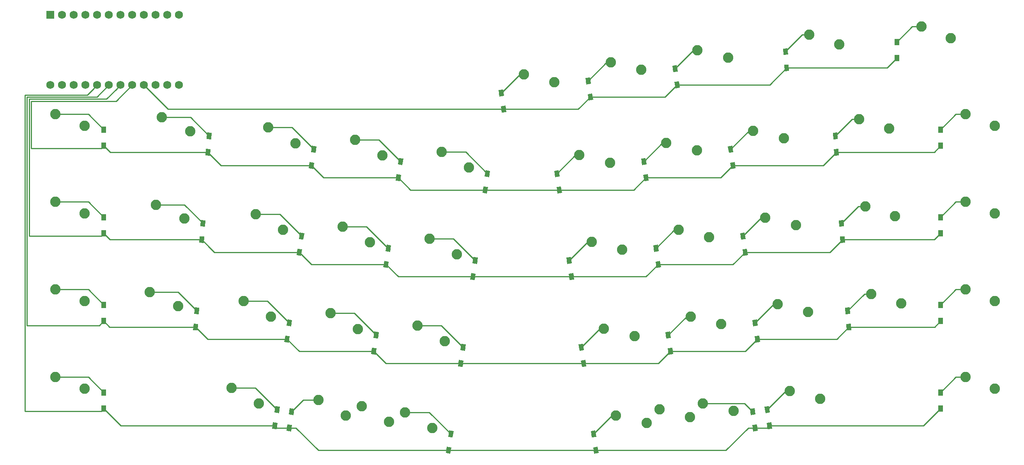
<source format=gbr>
G04 #@! TF.GenerationSoftware,KiCad,Pcbnew,(5.1.4)-1*
G04 #@! TF.CreationDate,2021-09-16T18:12:57-10:00*
G04 #@! TF.ProjectId,oya38split,6f796133-3873-4706-9c69-742e6b696361,rev?*
G04 #@! TF.SameCoordinates,Original*
G04 #@! TF.FileFunction,Copper,L1,Top*
G04 #@! TF.FilePolarity,Positive*
%FSLAX46Y46*%
G04 Gerber Fmt 4.6, Leading zero omitted, Abs format (unit mm)*
G04 Created by KiCad (PCBNEW (5.1.4)-1) date 2021-09-16 18:12:57*
%MOMM*%
%LPD*%
G04 APERTURE LIST*
%ADD10C,2.250000*%
%ADD11C,1.752600*%
%ADD12R,1.752600X1.752600*%
%ADD13R,1.000000X1.400000*%
%ADD14C,1.000000*%
%ADD15C,0.100000*%
%ADD16C,0.250000*%
G04 APERTURE END LIST*
D10*
X195223341Y-114901098D03*
X201865043Y-116532630D03*
X54610000Y-52070000D03*
X60960000Y-54610000D03*
X185791038Y-116226722D03*
X192432740Y-117858254D03*
X127056853Y-118918753D03*
X121122150Y-115519723D03*
X242728750Y-33020000D03*
X249078750Y-35560000D03*
X224826519Y-36851405D03*
X218314805Y-34760546D03*
X200692357Y-39748579D03*
X194050655Y-38117047D03*
X175186048Y-40768295D03*
X181827750Y-42399827D03*
X156321441Y-43419543D03*
X162963143Y-45051075D03*
X252253750Y-109220000D03*
X258603750Y-111760000D03*
X214087948Y-112249851D03*
X220729650Y-113881383D03*
X176358735Y-117552346D03*
X183000437Y-119183878D03*
X130554453Y-116845347D03*
X136489156Y-120244377D03*
X111689847Y-114194099D03*
X117624550Y-117593129D03*
X92825240Y-111542852D03*
X98759943Y-114941882D03*
X54610000Y-109220000D03*
X60960000Y-111760000D03*
X252253750Y-90170000D03*
X258603750Y-92710000D03*
X231803185Y-91106901D03*
X238314899Y-93197760D03*
X211436701Y-93385244D03*
X218078403Y-95016776D03*
X192572093Y-96036492D03*
X199213795Y-97668024D03*
X173707487Y-98687739D03*
X180349189Y-100319271D03*
X133205701Y-97980740D03*
X139140404Y-101379770D03*
X114341095Y-95329493D03*
X120275798Y-98728523D03*
X95476487Y-92678245D03*
X101411190Y-96077275D03*
X75072939Y-90752538D03*
X81230289Y-93729304D03*
X54610000Y-90170000D03*
X60960000Y-92710000D03*
X252253750Y-71120000D03*
X258603750Y-73660000D03*
X230474324Y-72103306D03*
X236986038Y-74194165D03*
X208785453Y-74520637D03*
X215427155Y-76152169D03*
X189920847Y-77171884D03*
X196562549Y-78803416D03*
X171056239Y-79823132D03*
X177697941Y-81454664D03*
X135856949Y-79116133D03*
X141791652Y-82515163D03*
X116992341Y-76464885D03*
X122927044Y-79863915D03*
X98127735Y-73813638D03*
X104062438Y-77212668D03*
X82559150Y-74725709D03*
X76401800Y-71748943D03*
X54610000Y-71120000D03*
X60960000Y-73660000D03*
X252253750Y-52070000D03*
X258603750Y-54610000D03*
X229145463Y-53099711D03*
X235657177Y-55190570D03*
X206134206Y-55656030D03*
X212775908Y-57287562D03*
X187269599Y-58307278D03*
X193911301Y-59938810D03*
X168404992Y-60958526D03*
X175046694Y-62590058D03*
X138508196Y-60251526D03*
X144442899Y-63650556D03*
X125578292Y-60999309D03*
X119643589Y-57600279D03*
X100778983Y-54949031D03*
X106713686Y-58348061D03*
X77730661Y-52745348D03*
X83888011Y-55722114D03*
D11*
X53498750Y-45720000D03*
X81438750Y-30480000D03*
X56038750Y-45720000D03*
X58578750Y-45720000D03*
X61118750Y-45720000D03*
X63658750Y-45720000D03*
X66198750Y-45720000D03*
X68738750Y-45720000D03*
X71278750Y-45720000D03*
X73818750Y-45720000D03*
X76358750Y-45720000D03*
X78898750Y-45720000D03*
X81438750Y-45720000D03*
X78898750Y-30480000D03*
X76358750Y-30480000D03*
X73818750Y-30480000D03*
X71278750Y-30480000D03*
X68738750Y-30480000D03*
X66198750Y-30480000D03*
X63658750Y-30480000D03*
X61118750Y-30480000D03*
X58578750Y-30480000D03*
X56038750Y-30480000D03*
D12*
X53498750Y-30480000D03*
D13*
X237331250Y-36325000D03*
X237331250Y-39875000D03*
D14*
X213160998Y-38434006D03*
D15*
G36*
X213708610Y-39097423D02*
G01*
X212711046Y-39167179D01*
X212613386Y-37770589D01*
X213610950Y-37700833D01*
X213708610Y-39097423D01*
X213708610Y-39097423D01*
G37*
D14*
X213408634Y-41975358D03*
D15*
G36*
X213956246Y-42638775D02*
G01*
X212958682Y-42708531D01*
X212861022Y-41311941D01*
X213858586Y-41242185D01*
X213956246Y-42638775D01*
X213956246Y-42638775D01*
G37*
D14*
X189165650Y-42141070D03*
D15*
G36*
X189758205Y-42764671D02*
G01*
X188767937Y-42903844D01*
X188573095Y-41517469D01*
X189563363Y-41378296D01*
X189758205Y-42764671D01*
X189758205Y-42764671D01*
G37*
D14*
X189659714Y-45656522D03*
D15*
G36*
X190252269Y-46280123D02*
G01*
X189262001Y-46419296D01*
X189067159Y-45032921D01*
X190057427Y-44893748D01*
X190252269Y-46280123D01*
X190252269Y-46280123D01*
G37*
D14*
X170301043Y-44792318D03*
D15*
G36*
X170893598Y-45415919D02*
G01*
X169903330Y-45555092D01*
X169708488Y-44168717D01*
X170698756Y-44029544D01*
X170893598Y-45415919D01*
X170893598Y-45415919D01*
G37*
D14*
X170795107Y-48307770D03*
D15*
G36*
X171387662Y-48931371D02*
G01*
X170397394Y-49070544D01*
X170202552Y-47684169D01*
X171192820Y-47544996D01*
X171387662Y-48931371D01*
X171387662Y-48931371D01*
G37*
D14*
X151436436Y-47443566D03*
D15*
G36*
X152028991Y-48067167D02*
G01*
X151038723Y-48206340D01*
X150843881Y-46819965D01*
X151834149Y-46680792D01*
X152028991Y-48067167D01*
X152028991Y-48067167D01*
G37*
D14*
X151930500Y-50959018D03*
D15*
G36*
X152523055Y-51582619D02*
G01*
X151532787Y-51721792D01*
X151337945Y-50335417D01*
X152328213Y-50196244D01*
X152523055Y-51582619D01*
X152523055Y-51582619D01*
G37*
D13*
X246856250Y-112525000D03*
X246856250Y-116075000D03*
D14*
X209202944Y-116273873D03*
D15*
G36*
X209795499Y-116897474D02*
G01*
X208805231Y-117036647D01*
X208610389Y-115650272D01*
X209600657Y-115511099D01*
X209795499Y-116897474D01*
X209795499Y-116897474D01*
G37*
D14*
X209697008Y-119789325D03*
D15*
G36*
X210289563Y-120412926D02*
G01*
X209299295Y-120552099D01*
X209104453Y-119165724D01*
X210094721Y-119026551D01*
X210289563Y-120412926D01*
X210289563Y-120412926D01*
G37*
D14*
X206058842Y-116715748D03*
D15*
G36*
X206651397Y-117339349D02*
G01*
X205661129Y-117478522D01*
X205466287Y-116092147D01*
X206456555Y-115952974D01*
X206651397Y-117339349D01*
X206651397Y-117339349D01*
G37*
D14*
X206552906Y-120231200D03*
D15*
G36*
X207145461Y-120854801D02*
G01*
X206155193Y-120993974D01*
X205960351Y-119607599D01*
X206950619Y-119468426D01*
X207145461Y-120854801D01*
X207145461Y-120854801D01*
G37*
D14*
X171473729Y-121576369D03*
D15*
G36*
X172066284Y-122199970D02*
G01*
X171076016Y-122339143D01*
X170881174Y-120952768D01*
X171871442Y-120813595D01*
X172066284Y-122199970D01*
X172066284Y-122199970D01*
G37*
D14*
X171967793Y-125091821D03*
D15*
G36*
X172560348Y-125715422D02*
G01*
X171570080Y-125854595D01*
X171375238Y-124468220D01*
X172365506Y-124329047D01*
X172560348Y-125715422D01*
X172560348Y-125715422D01*
G37*
D14*
X140470021Y-121576369D03*
D15*
G36*
X140867734Y-122339143D02*
G01*
X139877466Y-122199970D01*
X140072308Y-120813595D01*
X141062576Y-120952768D01*
X140867734Y-122339143D01*
X140867734Y-122339143D01*
G37*
D14*
X139975957Y-125091821D03*
D15*
G36*
X140373670Y-125854595D02*
G01*
X139383402Y-125715422D01*
X139578244Y-124329047D01*
X140568512Y-124468220D01*
X140373670Y-125854595D01*
X140373670Y-125854595D01*
G37*
D14*
X105884908Y-116715748D03*
D15*
G36*
X106282621Y-117478522D02*
G01*
X105292353Y-117339349D01*
X105487195Y-115952974D01*
X106477463Y-116092147D01*
X106282621Y-117478522D01*
X106282621Y-117478522D01*
G37*
D14*
X105390844Y-120231200D03*
D15*
G36*
X105788557Y-120993974D02*
G01*
X104798289Y-120854801D01*
X104993131Y-119468426D01*
X105983399Y-119607599D01*
X105788557Y-120993974D01*
X105788557Y-120993974D01*
G37*
D14*
X102740806Y-116273873D03*
D15*
G36*
X103138519Y-117036647D02*
G01*
X102148251Y-116897474D01*
X102343093Y-115511099D01*
X103333361Y-115650272D01*
X103138519Y-117036647D01*
X103138519Y-117036647D01*
G37*
D14*
X102246742Y-119789325D03*
D15*
G36*
X102644455Y-120552099D02*
G01*
X101654187Y-120412926D01*
X101849029Y-119026551D01*
X102839297Y-119165724D01*
X102644455Y-120552099D01*
X102644455Y-120552099D01*
G37*
D13*
X65087500Y-112525000D03*
X65087500Y-116075000D03*
X246856250Y-93475000D03*
X246856250Y-97025000D03*
D14*
X226649378Y-94780361D03*
D15*
G36*
X227196990Y-95443778D02*
G01*
X226199426Y-95513534D01*
X226101766Y-94116944D01*
X227099330Y-94047188D01*
X227196990Y-95443778D01*
X227196990Y-95443778D01*
G37*
D14*
X226897014Y-98321713D03*
D15*
G36*
X227444626Y-98985130D02*
G01*
X226447062Y-99054886D01*
X226349402Y-97658296D01*
X227346966Y-97588540D01*
X227444626Y-98985130D01*
X227444626Y-98985130D01*
G37*
D14*
X206551696Y-97409267D03*
D15*
G36*
X207144251Y-98032868D02*
G01*
X206153983Y-98172041D01*
X205959141Y-96785666D01*
X206949409Y-96646493D01*
X207144251Y-98032868D01*
X207144251Y-98032868D01*
G37*
D14*
X207045760Y-100924719D03*
D15*
G36*
X207638315Y-101548320D02*
G01*
X206648047Y-101687493D01*
X206453205Y-100301118D01*
X207443473Y-100161945D01*
X207638315Y-101548320D01*
X207638315Y-101548320D01*
G37*
D14*
X187687089Y-100060514D03*
D15*
G36*
X188279644Y-100684115D02*
G01*
X187289376Y-100823288D01*
X187094534Y-99436913D01*
X188084802Y-99297740D01*
X188279644Y-100684115D01*
X188279644Y-100684115D01*
G37*
D14*
X188181153Y-103575966D03*
D15*
G36*
X188773708Y-104199567D02*
G01*
X187783440Y-104338740D01*
X187588598Y-102952365D01*
X188578866Y-102813192D01*
X188773708Y-104199567D01*
X188773708Y-104199567D01*
G37*
D14*
X168822483Y-102711761D03*
D15*
G36*
X169415038Y-103335362D02*
G01*
X168424770Y-103474535D01*
X168229928Y-102088160D01*
X169220196Y-101948987D01*
X169415038Y-103335362D01*
X169415038Y-103335362D01*
G37*
D14*
X169316547Y-106227213D03*
D15*
G36*
X169909102Y-106850814D02*
G01*
X168918834Y-106989987D01*
X168723992Y-105603612D01*
X169714260Y-105464439D01*
X169909102Y-106850814D01*
X169909102Y-106850814D01*
G37*
D14*
X142627203Y-106227213D03*
D15*
G36*
X143024916Y-106989987D02*
G01*
X142034648Y-106850814D01*
X142229490Y-105464439D01*
X143219758Y-105603612D01*
X143024916Y-106989987D01*
X143024916Y-106989987D01*
G37*
D14*
X143121267Y-102711761D03*
D15*
G36*
X143518980Y-103474535D02*
G01*
X142528712Y-103335362D01*
X142723554Y-101948987D01*
X143713822Y-102088160D01*
X143518980Y-103474535D01*
X143518980Y-103474535D01*
G37*
D14*
X123762597Y-103575966D03*
D15*
G36*
X124160310Y-104338740D02*
G01*
X123170042Y-104199567D01*
X123364884Y-102813192D01*
X124355152Y-102952365D01*
X124160310Y-104338740D01*
X124160310Y-104338740D01*
G37*
D14*
X124256661Y-100060514D03*
D15*
G36*
X124654374Y-100823288D02*
G01*
X123664106Y-100684115D01*
X123858948Y-99297740D01*
X124849216Y-99436913D01*
X124654374Y-100823288D01*
X124654374Y-100823288D01*
G37*
D14*
X105392054Y-97409267D03*
D15*
G36*
X105789767Y-98172041D02*
G01*
X104799499Y-98032868D01*
X104994341Y-96646493D01*
X105984609Y-96785666D01*
X105789767Y-98172041D01*
X105789767Y-98172041D01*
G37*
D14*
X104897990Y-100924719D03*
D15*
G36*
X105295703Y-101687493D02*
G01*
X104305435Y-101548320D01*
X104500277Y-100161945D01*
X105490545Y-100301118D01*
X105295703Y-101687493D01*
X105295703Y-101687493D01*
G37*
D14*
X85294372Y-94780361D03*
D15*
G36*
X85744324Y-95513534D02*
G01*
X84746760Y-95443778D01*
X84844420Y-94047188D01*
X85841984Y-94116944D01*
X85744324Y-95513534D01*
X85744324Y-95513534D01*
G37*
D14*
X85046736Y-98321713D03*
D15*
G36*
X85496688Y-99054886D02*
G01*
X84499124Y-98985130D01*
X84596784Y-97588540D01*
X85594348Y-97658296D01*
X85496688Y-99054886D01*
X85496688Y-99054886D01*
G37*
D13*
X65087500Y-93475000D03*
X65087500Y-97025000D03*
X246856250Y-74425000D03*
X246856250Y-77975000D03*
D14*
X225320517Y-75776766D03*
D15*
G36*
X225868129Y-76440183D02*
G01*
X224870565Y-76509939D01*
X224772905Y-75113349D01*
X225770469Y-75043593D01*
X225868129Y-76440183D01*
X225868129Y-76440183D01*
G37*
D14*
X225568153Y-79318118D03*
D15*
G36*
X226115765Y-79981535D02*
G01*
X225118201Y-80051291D01*
X225020541Y-78654701D01*
X226018105Y-78584945D01*
X226115765Y-79981535D01*
X226115765Y-79981535D01*
G37*
D14*
X203900448Y-78544660D03*
D15*
G36*
X204493003Y-79168261D02*
G01*
X203502735Y-79307434D01*
X203307893Y-77921059D01*
X204298161Y-77781886D01*
X204493003Y-79168261D01*
X204493003Y-79168261D01*
G37*
D14*
X204394512Y-82060112D03*
D15*
G36*
X204987067Y-82683713D02*
G01*
X203996799Y-82822886D01*
X203801957Y-81436511D01*
X204792225Y-81297338D01*
X204987067Y-82683713D01*
X204987067Y-82683713D01*
G37*
D14*
X185035841Y-81195907D03*
D15*
G36*
X185628396Y-81819508D02*
G01*
X184638128Y-81958681D01*
X184443286Y-80572306D01*
X185433554Y-80433133D01*
X185628396Y-81819508D01*
X185628396Y-81819508D01*
G37*
D14*
X185529905Y-84711359D03*
D15*
G36*
X186122460Y-85334960D02*
G01*
X185132192Y-85474133D01*
X184937350Y-84087758D01*
X185927618Y-83948585D01*
X186122460Y-85334960D01*
X186122460Y-85334960D01*
G37*
D14*
X166171235Y-83847154D03*
D15*
G36*
X166763790Y-84470755D02*
G01*
X165773522Y-84609928D01*
X165578680Y-83223553D01*
X166568948Y-83084380D01*
X166763790Y-84470755D01*
X166763790Y-84470755D01*
G37*
D14*
X166665299Y-87362606D03*
D15*
G36*
X167257854Y-87986207D02*
G01*
X166267586Y-88125380D01*
X166072744Y-86739005D01*
X167063012Y-86599832D01*
X167257854Y-87986207D01*
X167257854Y-87986207D01*
G37*
D14*
X145772515Y-83847154D03*
D15*
G36*
X146170228Y-84609928D02*
G01*
X145179960Y-84470755D01*
X145374802Y-83084380D01*
X146365070Y-83223553D01*
X146170228Y-84609928D01*
X146170228Y-84609928D01*
G37*
D14*
X145278451Y-87362606D03*
D15*
G36*
X145676164Y-88125380D02*
G01*
X144685896Y-87986207D01*
X144880738Y-86599832D01*
X145871006Y-86739005D01*
X145676164Y-88125380D01*
X145676164Y-88125380D01*
G37*
D14*
X126907909Y-81195907D03*
D15*
G36*
X127305622Y-81958681D02*
G01*
X126315354Y-81819508D01*
X126510196Y-80433133D01*
X127500464Y-80572306D01*
X127305622Y-81958681D01*
X127305622Y-81958681D01*
G37*
D14*
X126413845Y-84711359D03*
D15*
G36*
X126811558Y-85474133D02*
G01*
X125821290Y-85334960D01*
X126016132Y-83948585D01*
X127006400Y-84087758D01*
X126811558Y-85474133D01*
X126811558Y-85474133D01*
G37*
D14*
X108043302Y-78544660D03*
D15*
G36*
X108441015Y-79307434D02*
G01*
X107450747Y-79168261D01*
X107645589Y-77781886D01*
X108635857Y-77921059D01*
X108441015Y-79307434D01*
X108441015Y-79307434D01*
G37*
D14*
X107549238Y-82060112D03*
D15*
G36*
X107946951Y-82822886D02*
G01*
X106956683Y-82683713D01*
X107151525Y-81297338D01*
X108141793Y-81436511D01*
X107946951Y-82822886D01*
X107946951Y-82822886D01*
G37*
D14*
X86623233Y-75776766D03*
D15*
G36*
X87073185Y-76509939D02*
G01*
X86075621Y-76440183D01*
X86173281Y-75043593D01*
X87170845Y-75113349D01*
X87073185Y-76509939D01*
X87073185Y-76509939D01*
G37*
D14*
X86375597Y-79318118D03*
D15*
G36*
X86825549Y-80051291D02*
G01*
X85827985Y-79981535D01*
X85925645Y-78584945D01*
X86923209Y-78654701D01*
X86825549Y-80051291D01*
X86825549Y-80051291D01*
G37*
D13*
X65087500Y-74425000D03*
X65087500Y-77975000D03*
X246856250Y-55375000D03*
X246856250Y-58925000D03*
D14*
X223991657Y-56773171D03*
D15*
G36*
X224539269Y-57436588D02*
G01*
X223541705Y-57506344D01*
X223444045Y-56109754D01*
X224441609Y-56039998D01*
X224539269Y-57436588D01*
X224539269Y-57436588D01*
G37*
D14*
X224239293Y-60314523D03*
D15*
G36*
X224786905Y-60977940D02*
G01*
X223789341Y-61047696D01*
X223691681Y-59651106D01*
X224689245Y-59581350D01*
X224786905Y-60977940D01*
X224786905Y-60977940D01*
G37*
D14*
X201249200Y-59680052D03*
D15*
G36*
X201841755Y-60303653D02*
G01*
X200851487Y-60442826D01*
X200656645Y-59056451D01*
X201646913Y-58917278D01*
X201841755Y-60303653D01*
X201841755Y-60303653D01*
G37*
D14*
X201743264Y-63195504D03*
D15*
G36*
X202335819Y-63819105D02*
G01*
X201345551Y-63958278D01*
X201150709Y-62571903D01*
X202140977Y-62432730D01*
X202335819Y-63819105D01*
X202335819Y-63819105D01*
G37*
D14*
X182384594Y-62331300D03*
D15*
G36*
X182977149Y-62954901D02*
G01*
X181986881Y-63094074D01*
X181792039Y-61707699D01*
X182782307Y-61568526D01*
X182977149Y-62954901D01*
X182977149Y-62954901D01*
G37*
D14*
X182878658Y-65846752D03*
D15*
G36*
X183471213Y-66470353D02*
G01*
X182480945Y-66609526D01*
X182286103Y-65223151D01*
X183276371Y-65083978D01*
X183471213Y-66470353D01*
X183471213Y-66470353D01*
G37*
D14*
X163519987Y-64982548D03*
D15*
G36*
X164112542Y-65606149D02*
G01*
X163122274Y-65745322D01*
X162927432Y-64358947D01*
X163917700Y-64219774D01*
X164112542Y-65606149D01*
X164112542Y-65606149D01*
G37*
D14*
X164014051Y-68498000D03*
D15*
G36*
X164606606Y-69121601D02*
G01*
X163616338Y-69260774D01*
X163421496Y-67874399D01*
X164411764Y-67735226D01*
X164606606Y-69121601D01*
X164606606Y-69121601D01*
G37*
D14*
X148423763Y-64982548D03*
D15*
G36*
X148821476Y-65745322D02*
G01*
X147831208Y-65606149D01*
X148026050Y-64219774D01*
X149016318Y-64358947D01*
X148821476Y-65745322D01*
X148821476Y-65745322D01*
G37*
D14*
X147929699Y-68498000D03*
D15*
G36*
X148327412Y-69260774D02*
G01*
X147337144Y-69121601D01*
X147531986Y-67735226D01*
X148522254Y-67874399D01*
X148327412Y-69260774D01*
X148327412Y-69260774D01*
G37*
D14*
X129559156Y-62331300D03*
D15*
G36*
X129956869Y-63094074D02*
G01*
X128966601Y-62954901D01*
X129161443Y-61568526D01*
X130151711Y-61707699D01*
X129956869Y-63094074D01*
X129956869Y-63094074D01*
G37*
D14*
X129065092Y-65846752D03*
D15*
G36*
X129462805Y-66609526D02*
G01*
X128472537Y-66470353D01*
X128667379Y-65083978D01*
X129657647Y-65223151D01*
X129462805Y-66609526D01*
X129462805Y-66609526D01*
G37*
D14*
X110694550Y-59680052D03*
D15*
G36*
X111092263Y-60442826D02*
G01*
X110101995Y-60303653D01*
X110296837Y-58917278D01*
X111287105Y-59056451D01*
X111092263Y-60442826D01*
X111092263Y-60442826D01*
G37*
D14*
X110200486Y-63195504D03*
D15*
G36*
X110598199Y-63958278D02*
G01*
X109607931Y-63819105D01*
X109802773Y-62432730D01*
X110793041Y-62571903D01*
X110598199Y-63958278D01*
X110598199Y-63958278D01*
G37*
D14*
X87704457Y-60314523D03*
D15*
G36*
X88154409Y-61047696D02*
G01*
X87156845Y-60977940D01*
X87254505Y-59581350D01*
X88252069Y-59651106D01*
X88154409Y-61047696D01*
X88154409Y-61047696D01*
G37*
D14*
X87952093Y-56773171D03*
D15*
G36*
X88402045Y-57506344D02*
G01*
X87404481Y-57436588D01*
X87502141Y-56039998D01*
X88499705Y-56109754D01*
X88402045Y-57506344D01*
X88402045Y-57506344D01*
G37*
D13*
X65087500Y-58925000D03*
X65087500Y-55375000D03*
D16*
X54610000Y-52070000D02*
X61782500Y-52070000D01*
X61782500Y-52070000D02*
X65087500Y-55375000D01*
X83924270Y-52745348D02*
X87952093Y-56773171D01*
X77730661Y-52745348D02*
X83924270Y-52745348D01*
X105963529Y-54949031D02*
X110694550Y-59680052D01*
X100778983Y-54949031D02*
X105963529Y-54949031D01*
X124828135Y-57600279D02*
X129559156Y-62331300D01*
X119643589Y-57600279D02*
X124828135Y-57600279D01*
X143692741Y-60251526D02*
X148423763Y-64982548D01*
X138508196Y-60251526D02*
X143692741Y-60251526D01*
X167544010Y-60958525D02*
X163519987Y-64982548D01*
X168404992Y-60958525D02*
X167544010Y-60958525D01*
X186408616Y-58307278D02*
X182384594Y-62331300D01*
X187269599Y-58307278D02*
X186408616Y-58307278D01*
X205273222Y-55656030D02*
X201249200Y-59680052D01*
X206134205Y-55656030D02*
X205273222Y-55656030D01*
X227665117Y-53099711D02*
X223991657Y-56773171D01*
X229145463Y-53099711D02*
X227665117Y-53099711D01*
X250161250Y-52070000D02*
X246856250Y-55375000D01*
X252253750Y-52070000D02*
X250161250Y-52070000D01*
X61782500Y-71120000D02*
X65087500Y-74425000D01*
X54610000Y-71120000D02*
X61782500Y-71120000D01*
X82595410Y-71748943D02*
X86623233Y-75776766D01*
X76401800Y-71748943D02*
X82595410Y-71748943D01*
X103312280Y-73813638D02*
X108043302Y-78544660D01*
X98127735Y-73813638D02*
X103312280Y-73813638D01*
X122176887Y-76464885D02*
X126907909Y-81195907D01*
X116992341Y-76464885D02*
X122176887Y-76464885D01*
X141041494Y-79116133D02*
X145772515Y-83847154D01*
X135856949Y-79116133D02*
X141041494Y-79116133D01*
X170195257Y-79823132D02*
X166171235Y-83847154D01*
X171056239Y-79823132D02*
X170195257Y-79823132D01*
X189059864Y-77171884D02*
X185035841Y-81195907D01*
X189920847Y-77171884D02*
X189059864Y-77171884D01*
X207924471Y-74520637D02*
X203900448Y-78544660D01*
X208785453Y-74520637D02*
X207924471Y-74520637D01*
X228993977Y-72103306D02*
X225320517Y-75776766D01*
X230474324Y-72103306D02*
X228993977Y-72103306D01*
X250161250Y-71120000D02*
X246856250Y-74425000D01*
X252253750Y-71120000D02*
X250161250Y-71120000D01*
X61782500Y-90170000D02*
X65087500Y-93475000D01*
X54610000Y-90170000D02*
X61782500Y-90170000D01*
X81266549Y-90752538D02*
X85294372Y-94780361D01*
X75072939Y-90752538D02*
X81266549Y-90752538D01*
X100661032Y-92678245D02*
X105392054Y-97409267D01*
X95476487Y-92678245D02*
X100661032Y-92678245D01*
X119525640Y-95329493D02*
X124256661Y-100060514D01*
X114341095Y-95329493D02*
X119525640Y-95329493D01*
X138390246Y-97980740D02*
X143121267Y-102711761D01*
X133205701Y-97980740D02*
X138390246Y-97980740D01*
X172846505Y-98687739D02*
X168822483Y-102711761D01*
X173707487Y-98687739D02*
X172846505Y-98687739D01*
X191711111Y-96036492D02*
X187687089Y-100060514D01*
X192572093Y-96036492D02*
X191711111Y-96036492D01*
X210575719Y-93385244D02*
X206551696Y-97409267D01*
X211436701Y-93385244D02*
X210575719Y-93385244D01*
X230322838Y-91106901D02*
X226649378Y-94780361D01*
X231803185Y-91106901D02*
X230322838Y-91106901D01*
X250161250Y-90170000D02*
X246856250Y-93475000D01*
X252253750Y-90170000D02*
X250161250Y-90170000D01*
X61782500Y-109220000D02*
X65087500Y-112525000D01*
X54610000Y-109220000D02*
X61782500Y-109220000D01*
X98009785Y-111542852D02*
X102740806Y-116273873D01*
X92825240Y-111542852D02*
X98009785Y-111542852D01*
X108406557Y-114194099D02*
X105884908Y-116715748D01*
X111689847Y-114194099D02*
X108406557Y-114194099D01*
X135738999Y-116845347D02*
X140470021Y-121576369D01*
X130554453Y-116845347D02*
X135738999Y-116845347D01*
X175497752Y-117552346D02*
X171473729Y-121576369D01*
X176358735Y-117552346D02*
X175497752Y-117552346D01*
X204244192Y-114901098D02*
X206058842Y-116715748D01*
X195223341Y-114901098D02*
X204244192Y-114901098D01*
X213226966Y-112249851D02*
X209202944Y-116273873D01*
X214087948Y-112249851D02*
X213226966Y-112249851D01*
X250161250Y-109220000D02*
X246856250Y-112525000D01*
X252253750Y-109220000D02*
X250161250Y-109220000D01*
X155460459Y-43419543D02*
X151436436Y-47443566D01*
X156321441Y-43419543D02*
X155460459Y-43419543D01*
X174325066Y-40768295D02*
X170301043Y-44792318D01*
X175186048Y-40768295D02*
X174325066Y-40768295D01*
X193189673Y-38117047D02*
X189165650Y-42141070D01*
X194050655Y-38117047D02*
X193189673Y-38117047D01*
X216834458Y-34760546D02*
X213160998Y-38434006D01*
X218314805Y-34760546D02*
X216834458Y-34760546D01*
X240636250Y-33020000D02*
X237331250Y-36325000D01*
X242728750Y-33020000D02*
X240636250Y-33020000D01*
X164014051Y-68498000D02*
X147929699Y-68498000D01*
X224840513Y-60314523D02*
X224239293Y-60314523D01*
X246856250Y-58925000D02*
X245466727Y-60314523D01*
X245466727Y-60314523D02*
X224840513Y-60314523D01*
X66477023Y-60314523D02*
X65087500Y-58925000D01*
X87704457Y-60314523D02*
X66477023Y-60314523D01*
X67786250Y-49212500D02*
X71278750Y-45720000D01*
X49325043Y-49212500D02*
X67786250Y-49212500D01*
X49325043Y-59468901D02*
X49325043Y-49212500D01*
X65087500Y-58925000D02*
X64543599Y-59468901D01*
X64543599Y-59468901D02*
X49325043Y-59468901D01*
X131716340Y-68498000D02*
X129065092Y-65846752D01*
X147929699Y-68498000D02*
X131716340Y-68498000D01*
X180227410Y-68498000D02*
X182878658Y-65846752D01*
X164014051Y-68498000D02*
X180227410Y-68498000D01*
X89302434Y-61912500D02*
X87704457Y-60314523D01*
X110200486Y-63195504D02*
X90585438Y-63195504D01*
X90585438Y-63195504D02*
X89302434Y-61912500D01*
X112851734Y-65846752D02*
X129065092Y-65846752D01*
X110200486Y-63195504D02*
X112851734Y-65846752D01*
X199092016Y-65846752D02*
X182878658Y-65846752D01*
X201743264Y-63195504D02*
X199092016Y-65846752D01*
X221358312Y-63195504D02*
X201743264Y-63195504D01*
X224239293Y-60314523D02*
X221358312Y-63195504D01*
X166665299Y-87362606D02*
X145278451Y-87362606D01*
X226169373Y-79318118D02*
X225568153Y-79318118D01*
X246856250Y-77975000D02*
X245513132Y-79318118D01*
X245513132Y-79318118D02*
X226169373Y-79318118D01*
X66430618Y-79318118D02*
X65087500Y-77975000D01*
X86375597Y-79318118D02*
X66430618Y-79318118D01*
X182878658Y-87362606D02*
X185529905Y-84711359D01*
X166665299Y-87362606D02*
X182878658Y-87362606D01*
X129065092Y-87362606D02*
X126413845Y-84711359D01*
X145278451Y-87362606D02*
X129065092Y-87362606D01*
X65696261Y-48762489D02*
X67862451Y-46596299D01*
X48875032Y-48762489D02*
X65696261Y-48762489D01*
X64543599Y-78518901D02*
X48875032Y-78518901D01*
X65087500Y-77975000D02*
X64543599Y-78518901D01*
X48875032Y-78518901D02*
X48875032Y-48762489D01*
X67862451Y-46596299D02*
X68738750Y-45720000D01*
X222826159Y-82060112D02*
X204394512Y-82060112D01*
X225568153Y-79318118D02*
X222826159Y-82060112D01*
X201743265Y-84711359D02*
X185529905Y-84711359D01*
X204394512Y-82060112D02*
X201743265Y-84711359D01*
X110200485Y-84711359D02*
X107549238Y-82060112D01*
X126413845Y-84711359D02*
X110200485Y-84711359D01*
X88019979Y-80962500D02*
X86375597Y-79318118D01*
X107549238Y-82060112D02*
X89117591Y-82060112D01*
X89117591Y-82060112D02*
X88019979Y-80962500D01*
X169316547Y-106227213D02*
X142627203Y-106227213D01*
X227498234Y-98321713D02*
X226897014Y-98321713D01*
X246856250Y-97025000D02*
X245559537Y-98321713D01*
X245559537Y-98321713D02*
X227498234Y-98321713D01*
X66384213Y-98321713D02*
X65087500Y-97025000D01*
X85046736Y-98321713D02*
X66384213Y-98321713D01*
X126413844Y-106227213D02*
X123762597Y-103575966D01*
X142627203Y-106227213D02*
X126413844Y-106227213D01*
X185529906Y-106227213D02*
X188181153Y-103575966D01*
X169316547Y-106227213D02*
X185529906Y-106227213D01*
X64137500Y-97975000D02*
X65087500Y-97025000D01*
X48425021Y-97975000D02*
X64137500Y-97975000D01*
X48425021Y-48312478D02*
X48425021Y-97975000D01*
X66198750Y-45720000D02*
X63606272Y-48312478D01*
X63606272Y-48312478D02*
X48425021Y-48312478D01*
X87649742Y-100924719D02*
X104897990Y-100924719D01*
X85046736Y-98321713D02*
X87649742Y-100924719D01*
X107549237Y-103575966D02*
X123762597Y-103575966D01*
X104897990Y-100924719D02*
X107549237Y-103575966D01*
X204394513Y-103575966D02*
X188181153Y-103575966D01*
X207045760Y-100924719D02*
X204394513Y-103575966D01*
X224294008Y-100924719D02*
X207045760Y-100924719D01*
X226897014Y-98321713D02*
X224294008Y-100924719D01*
X171967793Y-125091821D02*
X139975957Y-125091821D01*
X209255133Y-120231200D02*
X209697008Y-119789325D01*
X206552906Y-120231200D02*
X209255133Y-120231200D01*
X139975957Y-125091821D02*
X111715283Y-125091821D01*
X111715283Y-125091821D02*
X106854662Y-120231200D01*
X210301921Y-119789325D02*
X209697008Y-119789325D01*
X246856250Y-116075000D02*
X243141925Y-119789325D01*
X243141925Y-119789325D02*
X210301921Y-119789325D01*
X106854662Y-120231200D02*
X105390844Y-120231200D01*
X102688617Y-120231200D02*
X102246742Y-119789325D01*
X105390844Y-120231200D02*
X102688617Y-120231200D01*
X200228467Y-125091821D02*
X205089088Y-120231200D01*
X171967793Y-125091821D02*
X200228467Y-125091821D01*
X205089088Y-120231200D02*
X205947993Y-120231200D01*
X205947993Y-120231200D02*
X206552906Y-120231200D01*
X102246742Y-119789325D02*
X68801825Y-119789325D01*
X68801825Y-119789325D02*
X65087500Y-116075000D01*
X62782451Y-46596299D02*
X63658750Y-45720000D01*
X61516283Y-47862467D02*
X62782451Y-46596299D01*
X47975010Y-47862467D02*
X61516283Y-47862467D01*
X47975010Y-116618901D02*
X47975010Y-47862467D01*
X65087500Y-116075000D02*
X64543599Y-116618901D01*
X64543599Y-116618901D02*
X47975010Y-116618901D01*
X209727470Y-45656522D02*
X189659714Y-45656522D01*
X213408634Y-41975358D02*
X209727470Y-45656522D01*
X187008466Y-48307770D02*
X170795107Y-48307770D01*
X189659714Y-45656522D02*
X187008466Y-48307770D01*
X168143859Y-50959018D02*
X151930500Y-50959018D01*
X170795107Y-48307770D02*
X168143859Y-50959018D01*
X79057768Y-50959018D02*
X73818750Y-45720000D01*
X151930500Y-50959018D02*
X79057768Y-50959018D01*
X214009854Y-41975358D02*
X213408634Y-41975358D01*
X237331250Y-39875000D02*
X235230892Y-41975358D01*
X235230892Y-41975358D02*
X214009854Y-41975358D01*
M02*

</source>
